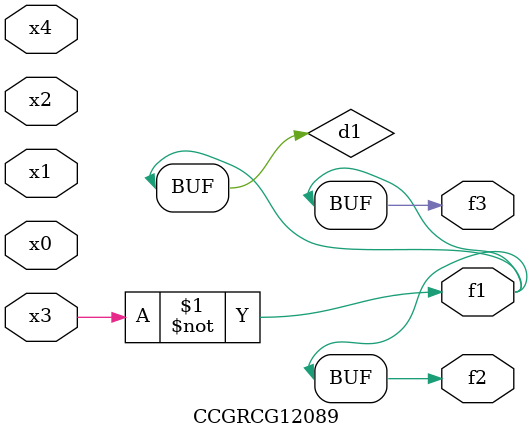
<source format=v>
module CCGRCG12089(
	input x0, x1, x2, x3, x4,
	output f1, f2, f3
);

	wire d1, d2;

	xnor (d1, x3);
	not (d2, x1);
	assign f1 = d1;
	assign f2 = d1;
	assign f3 = d1;
endmodule

</source>
